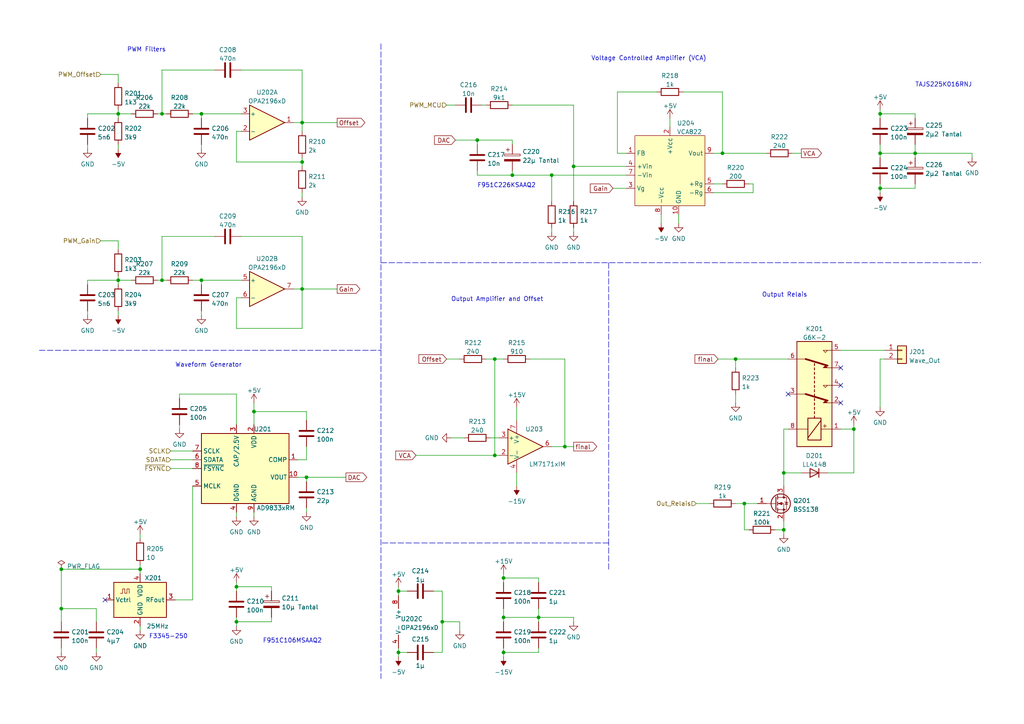
<source format=kicad_sch>
(kicad_sch (version 20211123) (generator eeschema)
  (paper "A4")
  (title_block (title "Analog Section") (date "2022-11-24") (rev "V1") (company "Synthron"))
  (lib_symbols
    (symbol "Amplifier_Operational:LM7171xIM" (pin_names (offset 0.127))
      (property "Reference" "U" (at 0 6.35 0))
      (property "Value" "LM7171xIM" (at 0 3.81 0))
      (symbol "LM7171xIM_1_1"
        (polyline (pts (xy -5.08 5.08) (xy 5.08 0) (xy -5.08 -5.08) (xy -5.08 5.08)) (stroke (width 0.254)) (fill (type background)))
        (pin no_connect line (at 0 7.62 270) (length 5.08) hide (name "NC") (number "1"))
        (pin input line (at -7.62 -2.54 0) (length 2.54) (name "-") (number "2"))
        (pin input line (at -7.62 2.54 0) (length 2.54) (name "+") (number "3"))
        (pin power_in line (at -2.54 -7.62 90) (length 3.81) (name "V-") (number "4"))
        (pin no_connect line (at 0 -7.62 90) (length 5.08) hide (name "NC") (number "5"))
        (pin output line (at 7.62 0 180) (length 2.54) (name "~") (number "6"))
        (pin power_in line (at -2.54 7.62 270) (length 3.81) (name "V+") (number "7"))
        (pin no_connect line (at 2.54 -7.62 90) (length 6.35) hide (name "NC") (number "8"))
      )
    )
    (symbol "Amplifier_Operational:OPA2196xD" (pin_names (offset 0.127))
      (property "Reference" "U" (at 2.54 6.35 0))
      (property "Value" "OPA2196xD" (at 2.54 3.81 0))
      (symbol "OPA2196xD_1_1"
        (polyline (pts (xy 5.08 0) (xy -5.08 5.08) (xy -5.08 -5.08) (xy 5.08 0)) (stroke (width 0.254)) (fill (type background)))
        (pin output line (at 7.62 0 180) (length 2.54) (name "~") (number "1"))
        (pin input line (at -7.62 -2.54 0) (length 2.54) (name "-") (number "2"))
        (pin input line (at -7.62 2.54 0) (length 2.54) (name "+") (number "3"))
      )
      (symbol "OPA2196xD_2_1"
        (polyline (pts (xy 5.08 0) (xy -5.08 5.08) (xy -5.08 -5.08) (xy 5.08 0)) (stroke (width 0.254)) (fill (type background)))
        (pin input line (at -7.62 2.54 0) (length 2.54) (name "+") (number "5"))
        (pin input line (at -7.62 -2.54 0) (length 2.54) (name "-") (number "6"))
        (pin output line (at 7.62 0 180) (length 2.54) (name "~") (number "7"))
      )
      (symbol "OPA2196xD_3_1"
        (pin power_in line (at 0 -7.62 90) (length 3.81) (name "V-") (number "4"))
        (pin power_in line (at 0 7.62 270) (length 3.81) (name "V+") (number "8"))
      )
    )
    (symbol "Connector_Generic:Conn_01x02" (pin_names (offset 1.016) hide)
      (property "Reference" "J" (at 0 2.54 0))
      (property "Value" "Conn_01x02" (at 0 -5.08 0))
      (symbol "Conn_01x02_1_1"
        (rectangle (start -1.27 -2.413) (end 0 -2.667) (stroke (width 0.1524)))
        (rectangle (start -1.27 0.127) (end 0 -0.127) (stroke (width 0.1524)))
        (rectangle (start -1.27 1.27) (end 1.27 -3.81) (stroke (width 0.254)) (fill (type background)))
        (pin passive line (at -5.08 0 0) (length 3.81) (name "Pin_1") (number "1"))
        (pin passive line (at -5.08 -2.54 0) (length 3.81) (name "Pin_2") (number "2"))
      )
    )
    (symbol "Device:C" (pin_numbers hide) (pin_names (offset 0.254))
      (property "Reference" "C" (at 0.635 2.54 0))
      (property "Value" "C" (at 0.635 -2.54 0))
      (symbol "C_0_1"
        (polyline (pts (xy -2.032 -0.762) (xy 2.032 -0.762)) (stroke (width 0.508)))
        (polyline (pts (xy -2.032 0.762) (xy 2.032 0.762)) (stroke (width 0.508)))
      )
      (symbol "C_1_1"
        (pin passive line (at 0 3.81 270) (length 2.794) (name "~") (number "1"))
        (pin passive line (at 0 -3.81 90) (length 2.794) (name "~") (number "2"))
      )
    )
    (symbol "Device:C_Polarized" (pin_numbers hide) (pin_names (offset 0.254))
      (property "Reference" "C" (at 0.635 2.54 0))
      (property "Value" "C_Polarized" (at 0.635 -2.54 0))
      (symbol "C_Polarized_0_1"
        (rectangle (start -2.286 0.508) (end 2.286 1.016))
        (polyline (pts (xy -1.778 2.286) (xy -0.762 2.286)))
        (polyline (pts (xy -1.27 2.794) (xy -1.27 1.778)))
        (rectangle (start 2.286 -0.508) (end -2.286 -1.016) (fill (type outline)))
      )
      (symbol "C_Polarized_1_1"
        (pin passive line (at 0 3.81 270) (length 2.794) (name "~") (number "1"))
        (pin passive line (at 0 -3.81 90) (length 2.794) (name "~") (number "2"))
      )
    )
    (symbol "Device:R" (pin_numbers hide) (pin_names (offset 0))
      (property "Reference" "R" (at 2.032 0 90))
      (property "Value" "R" (at 0 0 90))
      (symbol "R_0_1"
        (rectangle (start -1.016 -2.54) (end 1.016 2.54) (stroke (width 0.254)))
      )
      (symbol "R_1_1"
        (pin passive line (at 0 3.81 270) (length 1.27) (name "~") (number "1"))
        (pin passive line (at 0 -3.81 90) (length 1.27) (name "~") (number "2"))
      )
    )
    (symbol "Diode:LL4148" (pin_numbers hide) (pin_names (offset 1.016) hide)
      (property "Reference" "D" (at 0 2.54 0))
      (property "Value" "LL4148" (at 0 -2.54 0))
      (symbol "LL4148_0_1"
        (polyline (pts (xy -1.27 1.27) (xy -1.27 -1.27)) (stroke (width 0.254)))
        (polyline (pts (xy 1.27 0) (xy -1.27 0)))
        (polyline (pts (xy 1.27 1.27) (xy 1.27 -1.27) (xy -1.27 0) (xy 1.27 1.27)) (stroke (width 0.254)))
      )
      (symbol "LL4148_1_1"
        (pin passive line (at -3.81 0 0) (length 2.54) (name "K") (number "1"))
        (pin passive line (at 3.81 0 180) (length 2.54) (name "A") (number "2"))
      )
    )
    (symbol "Interface:AD9833xRM"
      (property "Reference" "U" (at -12.7 11.43 0))
      (property "Value" "AD9833xRM" (at 5.08 11.43 0))
      (symbol "AD9833xRM_0_1"
        (rectangle (start -12.7 10.16) (end 12.7 -10.16) (stroke (width 0.254)) (fill (type background)))
      )
      (symbol "AD9833xRM_1_1"
        (pin passive line (at 15.24 2.54 180) (length 2.54) (name "COMP") (number "1"))
        (pin output line (at 15.24 -2.54 180) (length 2.54) (name "VOUT") (number "10"))
        (pin power_in line (at 2.54 12.7 270) (length 2.54) (name "VDD") (number "2"))
        (pin power_in line (at -2.54 12.7 270) (length 2.54) (name "CAP/2.5V") (number "3"))
        (pin power_in line (at -2.54 -12.7 90) (length 2.54) (name "DGND") (number "4"))
        (pin input line (at -15.24 -5.08 0) (length 2.54) (name "MCLK") (number "5"))
        (pin input line (at -15.24 2.54 0) (length 2.54) (name "SDATA") (number "6"))
        (pin input line (at -15.24 5.08 0) (length 2.54) (name "SCLK") (number "7"))
        (pin input line (at -15.24 0 0) (length 2.54) (name "~{FSYNC}") (number "8"))
        (pin power_in line (at 2.54 -12.7 90) (length 2.54) (name "AGND") (number "9"))
      )
    )
    (symbol "Oscillator:ABLNO"
      (property "Reference" "X" (at -8.89 6.35 0))
      (property "Value" "ABLNO" (at 3.81 6.35 0))
      (symbol "ABLNO_0_1"
        (rectangle (start -7.62 5.08) (end 7.62 -5.08) (stroke (width 0.254)) (fill (type background)))
        (polyline (pts (xy -5.715 1.905) (xy -5.08 1.905) (xy -5.08 3.175) (xy -4.445 3.175) (xy -4.445 1.905) (xy -3.81 1.905) (xy -3.81 3.175) (xy -3.175 3.175) (xy -3.175 1.905)))
      )
      (symbol "ABLNO_1_1"
        (pin input line (at -10.16 0 0) (length 2.54) (name "Vctrl") (number "1"))
        (pin power_in line (at 0 -7.62 90) (length 2.54) (name "GND") (number "2"))
        (pin output line (at 10.16 0 180) (length 2.54) (name "RFout") (number "3"))
        (pin power_in line (at 0 7.62 270) (length 2.54) (name "VDD") (number "4"))
      )
    )
    (symbol "Private_Lib:VCA822"
      (property "Reference" "U" (at 7.62 11.43 0))
      (property "Value" "VCA822" (at 7.62 -11.43 0))
      (symbol "VCA822_0_1"
        (rectangle (start -10.16 10.16) (end 10.16 -10.16) (stroke (width 0.1524)) (fill (type background)))
      )
      (symbol "VCA822_1_1"
        (pin input line (at -12.7 5.08 0) (length 2.54) (name "FB") (number "1"))
        (pin power_in line (at 2.54 -12.7 90) (length 2.54) (name "GND") (number "10"))
        (pin power_in line (at 0 12.7 270) (length 2.54) (name "+Vcc") (number "2"))
        (pin input line (at -12.7 -5.08 0) (length 2.54) (name "Vg") (number "3"))
        (pin input line (at -12.7 1.27 0) (length 2.54) (name "+Vin") (number "4"))
        (pin input line (at 12.7 -3.81 180) (length 2.54) (name "+Rg") (number "5"))
        (pin input line (at 12.7 -6.35 180) (length 2.54) (name "-Rg") (number "6"))
        (pin input line (at -12.7 -1.27 0) (length 2.54) (name "-Vin") (number "7"))
        (pin power_in line (at -2.54 -12.7 90) (length 2.54) (name "-Vcc") (number "8"))
        (pin output line (at 12.7 5.08 180) (length 2.54) (name "Vout") (number "9"))
      )
    )
    (symbol "Relay:G6K-2"
      (property "Reference" "K" (at 16.51 3.81 0))
      (property "Value" "G6K-2" (at 16.51 1.27 0))
      (symbol "G6K-2_0_0"
        (text "+" (at -9.271 2.921 0) (effects (font (size 1.27 1.27))))
      )
      (symbol "G6K-2_0_1"
        (rectangle (start -15.24 5.08) (end 15.24 -5.08) (stroke (width 0.254)) (fill (type background)))
        (rectangle (start -13.335 1.905) (end -6.985 -1.905) (stroke (width 0.254)))
        (polyline (pts (xy -12.7 -1.905) (xy -7.62 1.905)) (stroke (width 0.254)))
        (polyline (pts (xy -10.16 -5.08) (xy -10.16 -1.905)))
        (polyline (pts (xy -10.16 5.08) (xy -10.16 1.905)))
        (polyline (pts (xy -6.985 0) (xy -6.35 0)) (stroke (width 0.254)))
        (polyline (pts (xy -5.715 0) (xy -5.08 0)) (stroke (width 0.254)))
        (polyline (pts (xy -4.445 0) (xy -3.81 0)) (stroke (width 0.254)))
        (polyline (pts (xy -3.175 0) (xy -2.54 0)) (stroke (width 0.254)))
        (polyline (pts (xy -1.905 0) (xy -1.27 0)) (stroke (width 0.254)))
        (polyline (pts (xy -0.635 0) (xy 0 0)) (stroke (width 0.254)))
        (polyline (pts (xy 0 -2.54) (xy -1.905 3.81)) (stroke (width 0.508)))
        (polyline (pts (xy 0 -2.54) (xy 0 -5.08)))
        (polyline (pts (xy 0.635 0) (xy 1.27 0)) (stroke (width 0.254)))
        (polyline (pts (xy 1.905 0) (xy 2.54 0)) (stroke (width 0.254)))
        (polyline (pts (xy 3.175 0) (xy 3.81 0)) (stroke (width 0.254)))
        (polyline (pts (xy 4.445 0) (xy 5.08 0)) (stroke (width 0.254)))
        (polyline (pts (xy 5.715 0) (xy 6.35 0)) (stroke (width 0.254)))
        (polyline (pts (xy 6.985 0) (xy 7.62 0)) (stroke (width 0.254)))
        (polyline (pts (xy 8.255 0) (xy 8.89 0)) (stroke (width 0.254)))
        (polyline (pts (xy 10.16 -2.54) (xy 8.255 3.81)) (stroke (width 0.508)))
        (polyline (pts (xy 10.16 -2.54) (xy 10.16 -5.08)))
        (polyline (pts (xy -2.54 5.08) (xy -2.54 2.54) (xy -1.905 3.175) (xy -2.54 3.81)) (fill (type outline)))
        (polyline (pts (xy 2.54 5.08) (xy 2.54 2.54) (xy 1.905 3.175) (xy 2.54 3.81)))
        (polyline (pts (xy 7.62 5.08) (xy 7.62 2.54) (xy 8.255 3.175) (xy 7.62 3.81)) (fill (type outline)))
        (polyline (pts (xy 12.7 5.08) (xy 12.7 2.54) (xy 12.065 3.175) (xy 12.7 3.81)))
      )
      (symbol "G6K-2_1_1"
        (pin passive line (at -10.16 7.62 270) (length 2.54) (name "~") (number "1"))
        (pin passive line (at -2.54 7.62 270) (length 2.54) (name "~") (number "2"))
        (pin passive line (at 0 -7.62 90) (length 2.54) (name "~") (number "3"))
        (pin passive line (at 2.54 7.62 270) (length 2.54) (name "~") (number "4"))
        (pin passive line (at 12.7 7.62 270) (length 2.54) (name "~") (number "5"))
        (pin passive line (at 10.16 -7.62 90) (length 2.54) (name "~") (number "6"))
        (pin passive line (at 7.62 7.62 270) (length 2.54) (name "~") (number "7"))
        (pin passive line (at -10.16 -7.62 90) (length 2.54) (name "~") (number "8"))
      )
    )
    (symbol "Transistor_FET:BSS138" (pin_names hide)
      (property "Reference" "Q" (at 5.08 1.905 0))
      (property "Value" "BSS138" (at 5.08 0 0))
      (symbol "BSS138_0_1"
        (polyline (pts (xy 0.254 0) (xy -2.54 0)))
        (polyline (pts (xy 0.254 1.905) (xy 0.254 -1.905)) (stroke (width 0.254)))
        (polyline (pts (xy 0.762 -1.27) (xy 0.762 -2.286)) (stroke (width 0.254)))
        (polyline (pts (xy 0.762 0.508) (xy 0.762 -0.508)) (stroke (width 0.254)))
        (polyline (pts (xy 0.762 2.286) (xy 0.762 1.27)) (stroke (width 0.254)))
        (polyline (pts (xy 2.54 2.54) (xy 2.54 1.778)))
        (polyline (pts (xy 2.54 -2.54) (xy 2.54 0) (xy 0.762 0)))
        (polyline (pts (xy 0.762 -1.778) (xy 3.302 -1.778) (xy 3.302 1.778) (xy 0.762 1.778)))
        (polyline (pts (xy 1.016 0) (xy 2.032 0.381) (xy 2.032 -0.381) (xy 1.016 0)) (fill (type outline)))
        (polyline (pts (xy 2.794 0.508) (xy 2.921 0.381) (xy 3.683 0.381) (xy 3.81 0.254)))
        (polyline (pts (xy 3.302 0.381) (xy 2.921 -0.254) (xy 3.683 -0.254) (xy 3.302 0.381)))
        (circle (center 1.651 0) (radius 2.794) (stroke (width 0.254)))
        (circle (center 2.54 -1.778) (radius 0.254) (fill (type outline)))
        (circle (center 2.54 1.778) (radius 0.254) (fill (type outline)))
      )
      (symbol "BSS138_1_1"
        (pin input line (at -5.08 0 0) (length 2.54) (name "G") (number "1"))
        (pin passive line (at 2.54 -5.08 90) (length 2.54) (name "S") (number "2"))
        (pin passive line (at 2.54 5.08 270) (length 2.54) (name "D") (number "3"))
      )
    )
    (symbol "power:+15V" (power) (pin_names (offset 0))
      (property "Value" "+15V" (at 0 3.556 0))
      (symbol "+15V_0_1"
        (polyline (pts (xy -0.762 1.27) (xy 0 2.54)))
        (polyline (pts (xy 0 0) (xy 0 2.54)))
        (polyline (pts (xy 0 2.54) (xy 0.762 1.27)))
      )
      (symbol "+15V_1_1"
        (pin power_in line (at 0 0 90) (length 0) hide (name "+15V") (number "1"))
      )
    )
    (symbol "power:+5V" (power) (pin_names (offset 0))
      (property "Value" "+5V" (at 0 3.556 0))
      (symbol "+5V_0_1"
        (polyline (pts (xy -0.762 1.27) (xy 0 2.54)))
        (polyline (pts (xy 0 0) (xy 0 2.54)))
        (polyline (pts (xy 0 2.54) (xy 0.762 1.27)))
      )
      (symbol "+5V_1_1"
        (pin power_in line (at 0 0 90) (length 0) hide (name "+5V") (number "1"))
      )
    )
    (symbol "power:-15V" (power) (pin_names (offset 0))
      (property "Value" "-15V" (at 0 3.81 0))
      (symbol "-15V_0_0"
        (pin power_in line (at 0 0 90) (length 0) hide (name "-15V") (number "1"))
      )
      (symbol "-15V_0_1"
        (polyline (pts (xy 0 0) (xy 0 1.27) (xy 0.762 1.27) (xy 0 2.54) (xy -0.762 1.27) (xy 0 1.27)) (fill (type outline)))
      )
    )
    (symbol "power:-5V" (power) (pin_names (offset 0))
      (property "Value" "-5V" (at 0 3.81 0))
      (symbol "-5V_0_0"
        (pin power_in line (at 0 0 90) (length 0) hide (name "-5V") (number "1"))
      )
      (symbol "-5V_0_1"
        (polyline (pts (xy 0 0) (xy 0 1.27) (xy 0.762 1.27) (xy 0 2.54) (xy -0.762 1.27) (xy 0 1.27)) (fill (type outline)))
      )
    )
    (symbol "power:GND" (power) (pin_names (offset 0))
      (property "Value" "GND" (at 0 -3.81 0))
      (symbol "GND_0_1"
        (polyline (pts (xy 0 0) (xy 0 -1.27) (xy 1.27 -1.27) (xy 0 -2.54) (xy -1.27 -1.27) (xy 0 -1.27)))
      )
      (symbol "GND_1_1"
        (pin power_in line (at 0 0 270) (length 0) hide (name "GND") (number "1"))
      )
    )
    (symbol "power:PWR_FLAG" (power) (pin_numbers hide) (pin_names (offset 0) hide)
      (property "Value" "PWR_FLAG" (at 0 3.81 0))
      (symbol "PWR_FLAG_0_0"
        (pin power_out line (at 0 0 90) (length 0) (name "pwr") (number "1"))
      )
      (symbol "PWR_FLAG_0_1"
        (polyline (pts (xy 0 0) (xy 0 1.27) (xy -1.016 1.905) (xy 0 2.54) (xy 1.016 1.905) (xy 0 1.27)))
      )
    )
  )
  (junction (at 46.99 81.28))
  (junction (at 87.63 83.82))
  (junction (at 58.42 81.28))
  (junction (at 88.9 138.43))
  (junction (at 146.05 179.07))
  (junction (at 87.63 46.99))
  (junction (at 247.65 124.46))
  (junction (at 227.33 137.16))
  (junction (at 143.51 104.14))
  (junction (at 156.21 179.07))
  (junction (at 255.27 33.02))
  (junction (at 128.27 180.34))
  (junction (at 255.27 44.45))
  (junction (at 160.02 50.8))
  (junction (at 265.43 44.45))
  (junction (at 146.05 167.64))
  (junction (at 166.37 48.26))
  (junction (at 68.58 170.18))
  (junction (at 87.63 35.56))
  (junction (at 255.27 54.61))
  (junction (at 115.57 189.23))
  (junction (at 40.64 165.1))
  (junction (at 146.05 189.23))
  (junction (at 209.55 44.45))
  (junction (at 58.42 33.02))
  (junction (at 17.78 176.53))
  (junction (at 17.78 165.1))
  (junction (at 163.83 129.54))
  (junction (at 138.43 40.64))
  (junction (at 213.36 104.14))
  (junction (at 68.58 180.34))
  (junction (at 215.9 146.05))
  (junction (at 143.51 132.08))
  (junction (at 46.99 33.02))
  (junction (at 115.57 171.45))
  (junction (at 73.66 119.38))
  (junction (at 148.59 50.8))
  (junction (at 34.29 81.28))
  (junction (at 227.33 153.67))
  (junction (at 34.29 33.02))
  (no_connect (at 243.84 106.68))
  (no_connect (at 30.48 173.99))
  (no_connect (at 243.84 116.84))
  (no_connect (at 243.84 111.76))
  (no_connect (at 228.6 114.3))
  (wire (pts (xy 138.43 50.8) (xy 148.59 50.8)))
  (wire (pts (xy 52.07 123.19) (xy 52.07 124.46)))
  (wire (pts (xy 17.78 176.53) (xy 17.78 180.34)))
  (wire (pts (xy 218.44 55.88) (xy 207.01 55.88)))
  (wire (pts (xy 140.97 104.14) (xy 143.51 104.14)))
  (wire (pts (xy 156.21 189.23) (xy 156.21 187.96)))
  (wire (pts (xy 166.37 180.34) (xy 166.37 179.07)))
  (wire (pts (xy 78.74 171.45) (xy 78.74 170.18)))
  (wire (pts (xy 160.02 66.04) (xy 160.02 67.31)))
  (wire (pts (xy 255.27 41.91) (xy 255.27 44.45)))
  (wire (pts (xy 40.64 163.83) (xy 40.64 165.1)))
  (wire (pts (xy 166.37 48.26) (xy 181.61 48.26)))
  (wire (pts (xy 156.21 176.53) (xy 156.21 179.07)))
  (wire (pts (xy 78.74 179.07) (xy 78.74 180.34)))
  (wire (pts (xy 50.8 173.99) (xy 55.88 173.99)))
  (wire (pts (xy 209.55 44.45) (xy 222.25 44.45)))
  (wire (pts (xy 88.9 139.7) (xy 88.9 138.43)))
  (wire (pts (xy 88.9 129.54) (xy 88.9 133.35)))
  (wire (pts (xy 87.63 83.82) (xy 85.09 83.82)))
  (wire (pts (xy 132.08 40.64) (xy 138.43 40.64)))
  (wire (pts (xy 52.07 114.3) (xy 68.58 114.3)))
  (wire (pts (xy 201.93 146.05) (xy 205.74 146.05)))
  (wire (pts (xy 196.85 62.23) (xy 196.85 64.77)))
  (wire (pts (xy 78.74 170.18) (xy 68.58 170.18)))
  (wire (pts (xy 46.99 33.02) (xy 48.26 33.02)))
  (wire (pts (xy 209.55 44.45) (xy 207.01 44.45)))
  (wire (pts (xy 55.88 81.28) (xy 58.42 81.28)))
  (wire (pts (xy 143.51 104.14) (xy 143.51 132.08)))
  (wire (pts (xy 148.59 49.53) (xy 148.59 50.8)))
  (wire (pts (xy 34.29 81.28) (xy 38.1 81.28)))
  (wire (pts (xy 265.43 33.02) (xy 255.27 33.02)))
  (wire (pts (xy 25.4 81.28) (xy 34.29 81.28)))
  (wire (pts (xy 49.53 135.89) (xy 55.88 135.89)))
  (wire (pts (xy 46.99 20.32) (xy 62.23 20.32)))
  (wire (pts (xy 45.72 81.28) (xy 46.99 81.28)))
  (wire (pts (xy 87.63 35.56) (xy 97.79 35.56)))
  (wire (pts (xy 87.63 38.1) (xy 87.63 35.56)))
  (wire (pts (xy 229.87 44.45) (xy 232.41 44.45)))
  (wire (pts (xy 34.29 90.17) (xy 34.29 91.44)))
  (wire (pts (xy 40.64 165.1) (xy 40.64 166.37)))
  (wire (pts (xy 68.58 86.36) (xy 68.58 95.25)))
  (wire (pts (xy 148.59 40.64) (xy 148.59 41.91)))
  (wire (pts (xy 88.9 147.32) (xy 88.9 148.59)))
  (wire (pts (xy 213.36 104.14) (xy 228.6 104.14)))
  (wire (pts (xy 40.64 165.1) (xy 17.78 165.1)))
  (wire (pts (xy 68.58 170.18) (xy 68.58 171.45)))
  (wire (pts (xy 27.94 176.53) (xy 17.78 176.53)))
  (wire (pts (xy 115.57 172.72) (xy 115.57 171.45)))
  (wire (pts (xy 87.63 20.32) (xy 87.63 35.56)))
  (polyline (pts (xy 110.49 76.2) (xy 284.48 76.2)))
  (wire (pts (xy 125.73 171.45) (xy 128.27 171.45)))
  (wire (pts (xy 215.9 153.67) (xy 215.9 146.05)))
  (wire (pts (xy 118.11 189.23) (xy 115.57 189.23)))
  (polyline (pts (xy 176.53 165.1) (xy 176.53 157.48)))
  (wire (pts (xy 191.77 62.23) (xy 191.77 64.77)))
  (wire (pts (xy 40.64 181.61) (xy 40.64 182.88)))
  (wire (pts (xy 227.33 137.16) (xy 227.33 140.97)))
  (wire (pts (xy 68.58 95.25) (xy 87.63 95.25)))
  (wire (pts (xy 58.42 33.02) (xy 69.85 33.02)))
  (wire (pts (xy 46.99 68.58) (xy 62.23 68.58)))
  (wire (pts (xy 58.42 41.91) (xy 58.42 43.18)))
  (wire (pts (xy 247.65 137.16) (xy 247.65 124.46)))
  (wire (pts (xy 68.58 46.99) (xy 87.63 46.99)))
  (wire (pts (xy 146.05 176.53) (xy 146.05 179.07)))
  (wire (pts (xy 34.29 33.02) (xy 34.29 34.29)))
  (wire (pts (xy 156.21 179.07) (xy 166.37 179.07)))
  (wire (pts (xy 138.43 49.53) (xy 138.43 50.8)))
  (wire (pts (xy 87.63 35.56) (xy 85.09 35.56)))
  (wire (pts (xy 46.99 81.28) (xy 48.26 81.28)))
  (wire (pts (xy 88.9 138.43) (xy 86.36 138.43)))
  (wire (pts (xy 217.17 153.67) (xy 215.9 153.67)))
  (wire (pts (xy 49.53 130.81) (xy 55.88 130.81)))
  (wire (pts (xy 45.72 33.02) (xy 46.99 33.02)))
  (wire (pts (xy 68.58 170.18) (xy 68.58 168.91)))
  (wire (pts (xy 179.07 26.67) (xy 190.5 26.67)))
  (wire (pts (xy 115.57 170.18) (xy 115.57 171.45)))
  (wire (pts (xy 17.78 187.96) (xy 17.78 189.23)))
  (wire (pts (xy 120.65 132.08) (xy 143.51 132.08)))
  (wire (pts (xy 58.42 81.28) (xy 69.85 81.28)))
  (wire (pts (xy 68.58 180.34) (xy 68.58 181.61)))
  (wire (pts (xy 68.58 179.07) (xy 68.58 180.34)))
  (wire (pts (xy 46.99 81.28) (xy 46.99 68.58)))
  (wire (pts (xy 149.86 118.11) (xy 149.86 121.92)))
  (wire (pts (xy 34.29 41.91) (xy 34.29 43.18)))
  (wire (pts (xy 128.27 180.34) (xy 128.27 189.23)))
  (wire (pts (xy 156.21 168.91) (xy 156.21 167.64)))
  (wire (pts (xy 34.29 80.01) (xy 34.29 81.28)))
  (wire (pts (xy 68.58 180.34) (xy 78.74 180.34)))
  (wire (pts (xy 255.27 44.45) (xy 255.27 45.72)))
  (wire (pts (xy 243.84 124.46) (xy 247.65 124.46)))
  (wire (pts (xy 34.29 33.02) (xy 38.1 33.02)))
  (wire (pts (xy 115.57 189.23) (xy 115.57 190.5)))
  (wire (pts (xy 227.33 137.16) (xy 227.33 124.46)))
  (wire (pts (xy 52.07 114.3) (xy 52.07 115.57)))
  (wire (pts (xy 34.29 81.28) (xy 34.29 82.55)))
  (wire (pts (xy 130.81 127) (xy 134.62 127)))
  (wire (pts (xy 163.83 129.54) (xy 160.02 129.54)))
  (wire (pts (xy 69.85 38.1) (xy 68.58 38.1)))
  (wire (pts (xy 49.53 133.35) (xy 55.88 133.35)))
  (wire (pts (xy 148.59 50.8) (xy 160.02 50.8)))
  (wire (pts (xy 166.37 30.48) (xy 166.37 48.26)))
  (wire (pts (xy 198.12 26.67) (xy 209.55 26.67)))
  (wire (pts (xy 34.29 69.85) (xy 34.29 72.39)))
  (wire (pts (xy 55.88 33.02) (xy 58.42 33.02)))
  (wire (pts (xy 146.05 187.96) (xy 146.05 189.23)))
  (wire (pts (xy 227.33 124.46) (xy 228.6 124.46)))
  (wire (pts (xy 88.9 133.35) (xy 86.36 133.35)))
  (wire (pts (xy 146.05 189.23) (xy 146.05 190.5)))
  (wire (pts (xy 34.29 31.75) (xy 34.29 33.02)))
  (wire (pts (xy 87.63 46.99) (xy 87.63 45.72)))
  (wire (pts (xy 146.05 166.37) (xy 146.05 167.64)))
  (wire (pts (xy 25.4 90.17) (xy 25.4 91.44)))
  (wire (pts (xy 240.03 137.16) (xy 247.65 137.16)))
  (wire (pts (xy 265.43 41.91) (xy 265.43 44.45)))
  (wire (pts (xy 73.66 148.59) (xy 73.66 149.86)))
  (wire (pts (xy 69.85 86.36) (xy 68.58 86.36)))
  (wire (pts (xy 218.44 53.34) (xy 218.44 55.88)))
  (wire (pts (xy 87.63 83.82) (xy 87.63 95.25)))
  (wire (pts (xy 166.37 30.48) (xy 148.59 30.48)))
  (wire (pts (xy 115.57 171.45) (xy 118.11 171.45)))
  (wire (pts (xy 153.67 104.14) (xy 163.83 104.14)))
  (wire (pts (xy 163.83 104.14) (xy 163.83 129.54)))
  (wire (pts (xy 139.7 30.48) (xy 140.97 30.48)))
  (polyline (pts (xy 176.53 157.48) (xy 110.49 157.48)))
  (wire (pts (xy 25.4 82.55) (xy 25.4 81.28)))
  (wire (pts (xy 265.43 44.45) (xy 281.94 44.45)))
  (wire (pts (xy 243.84 101.6) (xy 256.54 101.6)))
  (wire (pts (xy 209.55 26.67) (xy 209.55 44.45)))
  (wire (pts (xy 179.07 44.45) (xy 179.07 26.67)))
  (wire (pts (xy 58.42 90.17) (xy 58.42 91.44)))
  (wire (pts (xy 213.36 114.3) (xy 213.36 116.84)))
  (wire (pts (xy 27.94 180.34) (xy 27.94 176.53)))
  (wire (pts (xy 128.27 189.23) (xy 125.73 189.23)))
  (wire (pts (xy 87.63 83.82) (xy 97.79 83.82)))
  (wire (pts (xy 265.43 44.45) (xy 265.43 45.72)))
  (wire (pts (xy 177.8 54.61) (xy 181.61 54.61)))
  (polyline (pts (xy 110.49 101.6) (xy 110.49 196.85)))
  (wire (pts (xy 194.31 34.29) (xy 194.31 36.83)))
  (wire (pts (xy 227.33 153.67) (xy 227.33 154.94)))
  (wire (pts (xy 133.35 182.88) (xy 133.35 180.34)))
  (wire (pts (xy 69.85 68.58) (xy 87.63 68.58)))
  (wire (pts (xy 40.64 154.94) (xy 40.64 156.21)))
  (wire (pts (xy 68.58 114.3) (xy 68.58 123.19)))
  (wire (pts (xy 17.78 165.1) (xy 17.78 176.53)))
  (wire (pts (xy 146.05 189.23) (xy 156.21 189.23)))
  (wire (pts (xy 87.63 46.99) (xy 87.63 48.26)))
  (wire (pts (xy 138.43 40.64) (xy 138.43 41.91)))
  (wire (pts (xy 25.4 33.02) (xy 34.29 33.02)))
  (wire (pts (xy 281.94 45.72) (xy 281.94 44.45)))
  (wire (pts (xy 128.27 180.34) (xy 133.35 180.34)))
  (wire (pts (xy 46.99 33.02) (xy 46.99 20.32)))
  (wire (pts (xy 255.27 31.75) (xy 255.27 33.02)))
  (polyline (pts (xy 176.53 76.2) (xy 176.53 157.48)))
  (wire (pts (xy 217.17 53.34) (xy 218.44 53.34)))
  (wire (pts (xy 227.33 153.67) (xy 224.79 153.67)))
  (wire (pts (xy 128.27 171.45) (xy 128.27 180.34)))
  (wire (pts (xy 129.54 104.14) (xy 133.35 104.14)))
  (wire (pts (xy 146.05 167.64) (xy 146.05 168.91)))
  (wire (pts (xy 146.05 179.07) (xy 156.21 179.07)))
  (wire (pts (xy 255.27 104.14) (xy 255.27 118.11)))
  (wire (pts (xy 73.66 119.38) (xy 73.66 123.19)))
  (wire (pts (xy 25.4 34.29) (xy 25.4 33.02)))
  (wire (pts (xy 68.58 38.1) (xy 68.58 46.99)))
  (wire (pts (xy 207.01 53.34) (xy 209.55 53.34)))
  (wire (pts (xy 255.27 53.34) (xy 255.27 54.61)))
  (wire (pts (xy 215.9 146.05) (xy 219.71 146.05)))
  (wire (pts (xy 215.9 146.05) (xy 213.36 146.05)))
  (wire (pts (xy 69.85 20.32) (xy 87.63 20.32)))
  (wire (pts (xy 27.94 187.96) (xy 27.94 189.23)))
  (wire (pts (xy 255.27 54.61) (xy 255.27 55.88)))
  (wire (pts (xy 29.21 21.59) (xy 34.29 21.59)))
  (wire (pts (xy 88.9 121.92) (xy 88.9 119.38)))
  (wire (pts (xy 213.36 104.14) (xy 213.36 106.68)))
  (wire (pts (xy 58.42 81.28) (xy 58.42 82.55)))
  (wire (pts (xy 208.28 104.14) (xy 213.36 104.14)))
  (wire (pts (xy 58.42 33.02) (xy 58.42 34.29)))
  (wire (pts (xy 146.05 179.07) (xy 146.05 180.34)))
  (wire (pts (xy 181.61 44.45) (xy 179.07 44.45)))
  (wire (pts (xy 87.63 55.88) (xy 87.63 57.15)))
  (wire (pts (xy 255.27 54.61) (xy 265.43 54.61)))
  (wire (pts (xy 265.43 34.29) (xy 265.43 33.02)))
  (wire (pts (xy 156.21 167.64) (xy 146.05 167.64)))
  (wire (pts (xy 255.27 44.45) (xy 265.43 44.45)))
  (wire (pts (xy 160.02 50.8) (xy 160.02 58.42)))
  (wire (pts (xy 265.43 54.61) (xy 265.43 53.34)))
  (wire (pts (xy 115.57 189.23) (xy 115.57 187.96)))
  (wire (pts (xy 138.43 40.64) (xy 148.59 40.64)))
  (wire (pts (xy 166.37 48.26) (xy 166.37 58.42)))
  (wire (pts (xy 227.33 151.13) (xy 227.33 153.67)))
  (wire (pts (xy 68.58 148.59) (xy 68.58 149.86)))
  (wire (pts (xy 255.27 33.02) (xy 255.27 34.29)))
  (wire (pts (xy 34.29 21.59) (xy 34.29 24.13)))
  (wire (pts (xy 88.9 138.43) (xy 100.33 138.43)))
  (wire (pts (xy 29.21 69.85) (xy 34.29 69.85)))
  (wire (pts (xy 87.63 68.58) (xy 87.63 83.82)))
  (wire (pts (xy 142.24 127) (xy 144.78 127)))
  (wire (pts (xy 232.41 137.16) (xy 227.33 137.16)))
  (wire (pts (xy 129.54 30.48) (xy 132.08 30.48)))
  (wire (pts (xy 149.86 137.16) (xy 149.86 140.97)))
  (wire (pts (xy 163.83 129.54) (xy 166.37 129.54)))
  (wire (pts (xy 73.66 116.84) (xy 73.66 119.38)))
  (wire (pts (xy 160.02 50.8) (xy 181.61 50.8)))
  (wire (pts (xy 55.88 140.97) (xy 55.88 173.99)))
  (wire (pts (xy 256.54 104.14) (xy 255.27 104.14)))
  (polyline (pts (xy 110.49 12.7) (xy 110.49 101.6)))
  (wire (pts (xy 143.51 104.14) (xy 146.05 104.14)))
  (wire (pts (xy 156.21 179.07) (xy 156.21 180.34)))
  (wire (pts (xy 143.51 132.08) (xy 144.78 132.08)))
  (wire (pts (xy 88.9 119.38) (xy 73.66 119.38)))
  (polyline (pts (xy 11.43 101.6) (xy 110.49 101.6)))
  (wire (pts (xy 166.37 66.04) (xy 166.37 67.31)))
  (wire (pts (xy 25.4 41.91) (xy 25.4 43.18)))
  (wire (pts (xy 247.65 123.19) (xy 247.65 124.46)))
  (text "PWM Filters" (at 36.83 15.24 0) (effects (font (size 1.27 1.27)) (justify left bottom)))
  (text "TAJS225K016RNJ" (at 265.43 25.4 0) (effects (font (size 1.27 1.27)) (justify left bottom)))
  (text "Output Amplifier and Offset\n" (at 130.81 87.63 0) (effects (font (size 1.27 1.27)) (justify left bottom)))
  (text "Waveform Generator" (at 50.8 106.68 0) (effects (font (size 1.27 1.27)) (justify left bottom)))
  (text "Voltage Controlled Amplifier (VCA)" (at 171.45 17.78 0) (effects (font (size 1.27 1.27)) (justify left bottom)))
  (text "F951C226KSAAQ2" (at 138.43 54.61 0) (effects (font (size 1.27 1.27)) (justify left bottom)))
  (text "Output Relais\n" (at 220.98 86.36 0) (effects (font (size 1.27 1.27)) (justify left bottom)))
  (text "F3345-250" (at 43.18 185.42 0) (effects (font (size 1.27 1.27)) (justify left bottom)))
  (text "F951C106MSAAQ2" (at 76.2 186.69 0) (effects (font (size 1.27 1.27)) (justify left bottom)))
  (global_label "Gain" (shape output) (at 97.79 83.82 0) (property "Intersheet References" "${INTERSHEET_REFS}" (effects hide)))
  (global_label "DAC" (shape output) (at 100.33 138.43 0) (property "Intersheet References" "${INTERSHEET_REFS}" (effects hide)))
  (global_label "VCA" (shape input) (at 120.65 132.08 180) (property "Intersheet References" "${INTERSHEET_REFS}" (effects hide)))
  (global_label "final" (shape input) (at 208.28 104.14 180) (property "Intersheet References" "${INTERSHEET_REFS}" (effects hide)))
  (global_label "Gain" (shape input) (at 177.8 54.61 180) (property "Intersheet References" "${INTERSHEET_REFS}" (effects hide)))
  (global_label "final" (shape output) (at 166.37 129.54 0) (property "Intersheet References" "${INTERSHEET_REFS}" (effects hide)))
  (global_label "VCA" (shape output) (at 232.41 44.45 0) (property "Intersheet References" "${INTERSHEET_REFS}" (effects hide)))
  (global_label "Offset" (shape input) (at 129.54 104.14 180) (property "Intersheet References" "${INTERSHEET_REFS}" (effects hide)))
  (global_label "DAC" (shape input) (at 132.08 40.64 180) (property "Intersheet References" "${INTERSHEET_REFS}" (effects hide)))
  (global_label "Offset" (shape output) (at 97.79 35.56 0) (property "Intersheet References" "${INTERSHEET_REFS}" (effects hide)))
  (hierarchical_label "Out_Relais" (shape input) (at 201.93 146.05 180))
  (hierarchical_label "PWM_MCU" (shape input) (at 129.54 30.48 180))
  (hierarchical_label "SDATA" (shape input) (at 49.53 133.35 180))
  (hierarchical_label "PWM_Offset" (shape input) (at 29.21 21.59 180))
  (hierarchical_label "~{FSYNC}" (shape input) (at 49.53 135.89 180))
  (hierarchical_label "SCLK" (shape input) (at 49.53 130.81 180))
  (hierarchical_label "PWM_Gain" (shape input) (at 29.21 69.85 180))
  (symbol (lib_id "Device:R") (at 40.64 160.02 0) (unit 1)
    (property "Reference" "R205" (at 42.418 159.1853 0) (effects (justify left)))
    (property "Value" "10" (at 42.418 161.7222 0) (effects (justify left)))
    (property "Footprint" "Resistor_SMD:R_0805_2012Metric" (effects hide))
  )
  (symbol (lib_id "Relay:G6K-2") (at 236.22 114.3 270) (mirror x) (unit 1)
    (property "Reference" "K201" (at 236.22 95.3602 90))
    (property "Value" "G6K-2" (at 236.22 97.8971 90))
    (property "Footprint" "Relay_SMD:Relay_DPDT_Omron_G6K-2F" (effects hide))
    (property "Datasheet" "http://omronfs.omron.com/en_US/ecb/products/pdf/en-g6k.pdf" (effects hide))
  )
  (symbol (lib_id "Oscillator:ABLNO") (at 40.64 173.99 0) (unit 1)
    (property "Reference" "X201" (at 44.45 167.64 0))
    (property "Value" "25MHz" (at 45.72 181.61 0))
    (property "Footprint" "Oscillator:Oscillator_SMD_EuroQuartz_XO91-4Pin_7.0x5.0mm" (effects hide))
    (property "Datasheet" "https://abracon.com/Precisiontiming/ABLNO.pdf" (effects hide))
  )
  (symbol (lib_id "Diode:LL4148") (at 236.22 137.16 180) (unit 1)
    (property "Reference" "D201" (at 236.22 132.1902 0))
    (property "Value" "LL4148" (at 236.22 134.7271 0))
    (property "Footprint" "Diode_SMD:D_MiniMELF" (effects hide))
    (property "Datasheet" "http://www.vishay.com/docs/85557/ll4148.pdf" (effects hide))
  )
  (symbol (lib_id "Device:R") (at 213.36 53.34 90) (unit 1)
    (property "Reference" "R220" (at 213.36 48.6242 90))
    (property "Value" "200" (at 213.36 51.1611 90))
    (property "Footprint" "Resistor_SMD:R_0805_2012Metric" (effects hide))
  )
  (symbol (lib_id "Device:R") (at 213.36 110.49 180) (unit 1)
    (property "Reference" "R223" (at 215.138 109.6553 0) (effects (justify right)))
    (property "Value" "1k" (at 215.138 112.1922 0) (effects (justify right)))
    (property "Footprint" "Resistor_SMD:R_0805_2012Metric" (effects hide))
  )
  (symbol (lib_id "power:GND") (at 213.36 116.84 0) (unit 1)
    (property "Reference" "#PWR0238" (effects hide))
    (property "Value" "GND" (at 213.36 121.2834 0))
  )
  (symbol (lib_id "Device:R") (at 52.07 81.28 90) (unit 1)
    (property "Reference" "R209" (at 52.07 76.5642 90))
    (property "Value" "22k" (at 52.07 79.1011 90))
    (property "Footprint" "Resistor_SMD:R_0805_2012Metric" (effects hide))
  )
  (symbol (lib_id "Device:C") (at 255.27 49.53 0) (unit 1)
    (property "Reference" "C224" (at 258.191 48.6953 0) (effects (justify left)))
    (property "Value" "100n" (at 258.191 51.2322 0) (effects (justify left)))
    (property "Footprint" "Capacitor_SMD:C_0805_2012Metric" (effects hide))
  )
  (symbol (lib_id "power:GND") (at 25.4 43.18 0) (unit 1)
    (property "Reference" "#PWR0202" (effects hide))
    (property "Value" "GND" (at 25.4 47.6234 0))
  )
  (symbol (lib_id "power:GND") (at 58.42 43.18 0) (unit 1)
    (property "Reference" "#PWR0210" (effects hide))
    (property "Value" "GND" (at 58.42 47.6234 0))
  )
  (symbol (lib_id "power:GND") (at 255.27 118.11 0) (unit 1)
    (property "Reference" "#PWR0119" (effects hide))
    (property "Value" "GND" (at 255.27 122.5534 0))
  )
  (symbol (lib_id "power:-5V") (at 191.77 64.77 180) (unit 1)
    (property "Reference" "#PWR0230" (effects hide))
    (property "Value" "-5V" (at 191.77 69.2134 0))
  )
  (symbol (lib_id "power:GND") (at 133.35 182.88 0) (unit 1)
    (property "Reference" "#PWR0222" (effects hide))
    (property "Value" "GND" (at 133.35 187.3234 0))
  )
  (symbol (lib_id "power:+5V") (at 115.57 170.18 0) (unit 1)
    (property "Reference" "#PWR0219" (effects hide))
    (property "Value" "+5V" (at 115.57 166.6042 0))
  )
  (symbol (lib_id "power:GND") (at 17.78 189.23 0) (unit 1)
    (property "Reference" "#PWR0201" (effects hide))
    (property "Value" "GND" (at 17.78 193.6734 0))
  )
  (symbol (lib_id "Device:R") (at 160.02 62.23 0) (unit 1)
    (property "Reference" "R216" (at 161.798 61.3953 0) (effects (justify left)))
    (property "Value" "1k" (at 161.798 63.9322 0) (effects (justify left)))
    (property "Footprint" "Resistor_SMD:R_0805_2012Metric" (effects hide))
  )
  (symbol (lib_id "Amplifier_Operational:OPA2196xD") (at 77.47 83.82 0) (unit 2)
    (property "Reference" "U202" (at 77.47 75.0402 0))
    (property "Value" "OPA2196xD" (at 77.47 77.5771 0))
    (property "Footprint" "Package_SO:SOIC-8_3.9x4.9mm_P1.27mm" (effects hide))
    (property "Datasheet" "http://www.ti.com/lit/ds/symlink/opa4196.pdf" (effects hide))
  )
  (symbol (lib_id "Device:C") (at 25.4 86.36 0) (unit 1)
    (property "Reference" "C203" (at 28.321 85.5253 0) (effects (justify left)))
    (property "Value" "5n6" (at 28.321 88.0622 0) (effects (justify left)))
    (property "Footprint" "Capacitor_SMD:C_0805_2012Metric" (effects hide))
  )
  (symbol (lib_id "power:-5V") (at 115.57 190.5 180) (unit 1)
    (property "Reference" "#PWR0220" (effects hide))
    (property "Value" "-5V" (at 115.57 194.9434 0))
  )
  (symbol (lib_id "Device:R") (at 166.37 62.23 0) (unit 1)
    (property "Reference" "R217" (at 168.148 61.3953 0) (effects (justify left)))
    (property "Value" "1k" (at 168.148 63.9322 0) (effects (justify left)))
    (property "Footprint" "Resistor_SMD:R_0805_2012Metric" (effects hide))
  )
  (symbol (lib_id "power:+15V") (at 146.05 166.37 0) (unit 1)
    (property "Reference" "#PWR0223" (effects hide))
    (property "Value" "+15V" (at 146.05 162.7942 0))
  )
  (symbol (lib_id "power:GND") (at 40.64 182.88 0) (unit 1)
    (property "Reference" "#PWR0208" (effects hide))
    (property "Value" "GND" (at 40.64 187.3234 0))
  )
  (symbol (lib_id "Device:R") (at 41.91 33.02 90) (unit 1)
    (property "Reference" "R206" (at 41.91 28.3042 90))
    (property "Value" "22k" (at 41.91 30.8411 90))
    (property "Footprint" "Resistor_SMD:R_0805_2012Metric" (effects hide))
  )
  (symbol (lib_id "power:-5V") (at 34.29 43.18 180) (unit 1)
    (property "Reference" "#PWR0205" (effects hide))
    (property "Value" "-5V" (at 34.29 47.6234 0))
  )
  (symbol (lib_id "Interface:AD9833xRM") (at 71.12 135.89 0) (unit 1)
    (property "Reference" "U201" (at 76.2 124.46 0))
    (property "Value" "AD9833xRM" (at 80.01 147.32 0))
    (property "Footprint" "Package_SO:MSOP-10_3x3mm_P0.5mm" (effects hide))
    (property "Datasheet" "https://www.analog.com/media/en/technical-documentation/data-sheets/ad9833.pdf" (effects hide))
  )
  (symbol (lib_id "Device:C") (at 255.27 38.1 0) (unit 1)
    (property "Reference" "C223" (at 258.191 37.2653 0) (effects (justify left)))
    (property "Value" "100n" (at 258.191 39.8022 0) (effects (justify left)))
    (property "Footprint" "Capacitor_SMD:C_0805_2012Metric" (effects hide))
  )
  (symbol (lib_id "power:-15V") (at 149.86 140.97 180) (unit 1)
    (property "Reference" "#PWR0226" (effects hide))
    (property "Value" "-15V" (at 149.86 145.4134 0))
  )
  (symbol (lib_id "power:GND") (at 68.58 149.86 0) (unit 1)
    (property "Reference" "#PWR0212" (effects hide))
    (property "Value" "GND" (at 68.58 154.3034 0))
  )
  (symbol (lib_id "Amplifier_Operational:OPA2196xD") (at 115.57 180.34 0) (unit 3)
    (property "Reference" "U202" (at 116.205 179.5053 0) (effects (justify left)))
    (property "Value" "OPA2196xD" (at 116.205 182.0422 0) (effects (justify left)))
    (property "Footprint" "Package_SO:SOIC-8_3.9x4.9mm_P1.27mm" (effects hide))
    (property "Datasheet" "http://www.ti.com/lit/ds/symlink/opa4196.pdf" (effects hide))
  )
  (symbol (lib_id "power:+5V") (at 255.27 31.75 0) (unit 1)
    (property "Reference" "#PWR0235" (effects hide))
    (property "Value" "+5V" (at 255.27 28.1742 0))
  )
  (symbol (lib_id "power:GND") (at 87.63 57.15 0) (unit 1)
    (property "Reference" "#PWR0217" (effects hide))
    (property "Value" "GND" (at 87.63 61.5934 0))
  )
  (symbol (lib_id "Private_Lib:VCA822") (at 194.31 49.53 0) (unit 1)
    (property "Reference" "U204" (at 196.3294 35.721 0) (effects (justify left)))
    (property "Value" "VCA822" (at 196.3294 38.2579 0) (effects (justify left)))
    (property "Footprint" "Package_SO:MSOP-10_3x3mm_P0.5mm" (effects hide))
    (property "Datasheet" "https://www.ti.com/lit/ds/symlink/vca822.pdf?ts=1669306637902&ref_url=https%253A%252F%252Fwww.ti.com%252Fproduct%252FVCA822" (effects hide))
  )
  (symbol (lib_id "power:+5V") (at 194.31 34.29 0) (unit 1)
    (property "Reference" "#PWR0231" (effects hide))
    (property "Value" "+5V" (at 194.31 30.7142 0))
  )
  (symbol (lib_id "power:+5V") (at 68.58 168.91 0) (unit 1)
    (property "Reference" "#PWR0213" (effects hide))
    (property "Value" "+5V" (at 68.58 165.3342 0))
  )
  (symbol (lib_id "Amplifier_Operational:LM7171xIM") (at 152.4 129.54 0) (unit 1)
    (property "Reference" "U203" (at 154.94 124.46 0))
    (property "Value" "LM7171xIM" (at 158.75 134.62 0))
    (property "Footprint" "Package_SO:SOIC-8_3.9x4.9mm_P1.27mm" (effects hide))
    (property "Datasheet" "https://www.ti.com/lit/ds/symlink/lm7171.pdf" (effects hide))
  )
  (symbol (lib_id "Device:C_Polarized") (at 265.43 49.53 0) (unit 1)
    (property "Reference" "C226" (at 268.351 47.8063 0) (effects (justify left)))
    (property "Value" "2µ2 Tantal" (at 268.351 50.3432 0) (effects (justify left)))
    (property "Footprint" "Capacitor_Tantalum_SMD:CP_EIA-3216-12_Kemet-S" (effects hide))
  )
  (symbol (lib_id "Device:C") (at 121.92 171.45 90) (unit 1)
    (property "Reference" "C214" (at 121.92 165.5912 90))
    (property "Value" "1µ" (at 121.92 168.1281 90))
    (property "Footprint" "Capacitor_SMD:C_0805_2012Metric" (effects hide))
  )
  (symbol (lib_id "power:GND") (at 73.66 149.86 0) (unit 1)
    (property "Reference" "#PWR0216" (effects hide))
    (property "Value" "GND" (at 73.66 154.3034 0))
  )
  (symbol (lib_id "Device:R") (at 144.78 30.48 90) (unit 1)
    (property "Reference" "R214" (at 144.78 25.7642 90))
    (property "Value" "9k1" (at 144.78 28.3011 90))
    (property "Footprint" "Resistor_SMD:R_0805_2012Metric" (effects hide))
  )
  (symbol (lib_id "power:GND") (at 166.37 180.34 0) (unit 1)
    (property "Reference" "#PWR0229" (effects hide))
    (property "Value" "GND" (at 166.37 184.7834 0))
  )
  (symbol (lib_id "Device:R") (at 87.63 52.07 0) (unit 1)
    (property "Reference" "R211" (at 89.408 51.2353 0) (effects (justify left)))
    (property "Value" "2k" (at 89.408 53.7722 0) (effects (justify left)))
    (property "Footprint" "Resistor_SMD:R_0805_2012Metric" (effects hide))
  )
  (symbol (lib_id "power:GND") (at 25.4 91.44 0) (unit 1)
    (property "Reference" "#PWR0203" (effects hide))
    (property "Value" "GND" (at 25.4 95.8834 0))
  )
  (symbol (lib_id "power:+5V") (at 73.66 116.84 0) (unit 1)
    (property "Reference" "#PWR0215" (effects hide))
    (property "Value" "+5V" (at 73.66 113.2642 0))
  )
  (symbol (lib_id "power:GND") (at 58.42 91.44 0) (unit 1)
    (property "Reference" "#PWR0211" (effects hide))
    (property "Value" "GND" (at 58.42 95.8834 0))
  )
  (symbol (lib_id "Device:C") (at 68.58 175.26 0) (unit 1)
    (property "Reference" "C210" (at 71.501 174.4253 0) (effects (justify left)))
    (property "Value" "100n" (at 71.501 176.9622 0) (effects (justify left)))
    (property "Footprint" "Capacitor_SMD:C_0805_2012Metric" (effects hide))
  )
  (symbol (lib_id "Device:R") (at 41.91 81.28 90) (unit 1)
    (property "Reference" "R207" (at 41.91 76.5642 90))
    (property "Value" "22k" (at 41.91 79.1011 90))
    (property "Footprint" "Resistor_SMD:R_0805_2012Metric" (effects hide))
  )
  (symbol (lib_id "Device:R") (at 194.31 26.67 90) (unit 1)
    (property "Reference" "R218" (at 194.31 21.9542 90))
    (property "Value" "1k" (at 194.31 24.4911 90))
    (property "Footprint" "Resistor_SMD:R_0805_2012Metric" (effects hide))
  )
  (symbol (lib_id "Device:C") (at 27.94 184.15 0) (unit 1)
    (property "Reference" "C204" (at 30.861 183.3153 0) (effects (justify left)))
    (property "Value" "4µ7" (at 30.861 185.8522 0) (effects (justify left)))
    (property "Footprint" "Capacitor_SMD:C_0805_2012Metric" (effects hide))
  )
  (symbol (lib_id "power:GND") (at 68.58 181.61 0) (unit 1)
    (property "Reference" "#PWR0214" (effects hide))
    (property "Value" "GND" (at 68.58 186.0534 0))
  )
  (symbol (lib_id "Device:R") (at 209.55 146.05 90) (unit 1)
    (property "Reference" "R219" (at 209.55 141.3342 90))
    (property "Value" "1k" (at 209.55 143.8711 90))
    (property "Footprint" "Resistor_SMD:R_0805_2012Metric" (effects hide))
  )
  (symbol (lib_id "power:+5V") (at 40.64 154.94 0) (unit 1)
    (property "Reference" "#PWR0207" (effects hide))
    (property "Value" "+5V" (at 40.64 151.3642 0))
  )
  (symbol (lib_id "power:-5V") (at 34.29 91.44 180) (unit 1)
    (property "Reference" "#PWR0206" (effects hide))
    (property "Value" "-5V" (at 34.29 95.8834 0))
  )
  (symbol (lib_id "Device:R") (at 87.63 41.91 0) (unit 1)
    (property "Reference" "R210" (at 89.408 41.0753 0) (effects (justify left)))
    (property "Value" "2k" (at 89.408 43.6122 0) (effects (justify left)))
    (property "Footprint" "Resistor_SMD:R_0805_2012Metric" (effects hide))
  )
  (symbol (lib_id "power:GND") (at 166.37 67.31 0) (unit 1)
    (property "Reference" "#PWR0228" (effects hide))
    (property "Value" "GND" (at 166.37 71.7534 0))
  )
  (symbol (lib_id "Device:C") (at 88.9 125.73 0) (unit 1)
    (property "Reference" "C212" (at 91.821 124.8953 0) (effects (justify left)))
    (property "Value" "100n" (at 91.821 127.4322 0) (effects (justify left)))
    (property "Footprint" "Capacitor_SMD:C_0805_2012Metric" (effects hide))
  )
  (symbol (lib_id "Device:C") (at 58.42 86.36 0) (unit 1)
    (property "Reference" "C207" (at 61.341 85.5253 0) (effects (justify left)))
    (property "Value" "470n" (at 61.341 88.0622 0) (effects (justify left)))
    (property "Footprint" "Capacitor_SMD:C_0805_2012Metric" (effects hide))
  )
  (symbol (lib_id "Transistor_FET:BSS138") (at 224.79 146.05 0) (unit 1)
    (property "Reference" "Q201" (at 229.997 145.2153 0) (effects (justify left)))
    (property "Value" "BSS138" (at 229.997 147.7522 0) (effects (justify left)))
    (property "Footprint" "Package_TO_SOT_SMD:SOT-23" (effects hide))
    (property "Datasheet" "https://www.onsemi.com/pub/Collateral/BSS138-D.PDF" (effects hide))
  )
  (symbol (lib_id "Device:C") (at 156.21 184.15 0) (unit 1)
    (property "Reference" "C222" (at 159.131 183.3153 0) (effects (justify left)))
    (property "Value" "1µ" (at 159.131 185.8522 0) (effects (justify left)))
    (property "Footprint" "Capacitor_SMD:C_0805_2012Metric" (effects hide))
  )
  (symbol (lib_id "Device:C") (at 146.05 184.15 0) (unit 1)
    (property "Reference" "C219" (at 148.971 183.3153 0) (effects (justify left)))
    (property "Value" "100n" (at 148.971 185.8522 0) (effects (justify left)))
    (property "Footprint" "Capacitor_SMD:C_0805_2012Metric" (effects hide))
  )
  (symbol (lib_id "Device:R") (at 220.98 153.67 90) (unit 1)
    (property "Reference" "R221" (at 220.98 148.9542 90))
    (property "Value" "100k" (at 220.98 151.4911 90))
    (property "Footprint" "Resistor_SMD:R_0805_2012Metric" (effects hide))
  )
  (symbol (lib_id "power:GND") (at 160.02 67.31 0) (unit 1)
    (property "Reference" "#PWR0227" (effects hide))
    (property "Value" "GND" (at 160.02 71.7534 0))
  )
  (symbol (lib_id "power:GND") (at 281.94 45.72 0) (unit 1)
    (property "Reference" "#PWR0237" (effects hide))
    (property "Value" "GND" (at 281.94 50.1634 0))
  )
  (symbol (lib_id "Device:C_Polarized") (at 148.59 45.72 0) (unit 1)
    (property "Reference" "C220" (at 151.511 43.9963 0) (effects (justify left)))
    (property "Value" "22µ Tantal" (at 151.511 46.5332 0) (effects (justify left)))
    (property "Footprint" "Capacitor_Tantalum_SMD:CP_EIA-3216-12_Kemet-S" (effects hide))
  )
  (symbol (lib_id "power:-15V") (at 146.05 190.5 180) (unit 1)
    (property "Reference" "#PWR0224" (effects hide))
    (property "Value" "-15V" (at 146.05 194.9434 0))
  )
  (symbol (lib_id "Device:C") (at 66.04 68.58 90) (unit 1)
    (property "Reference" "C209" (at 66.04 62.7212 90))
    (property "Value" "470n" (at 66.04 65.2581 90))
    (property "Footprint" "Capacitor_SMD:C_0805_2012Metric" (effects hide))
  )
  (symbol (lib_id "Device:C") (at 121.92 189.23 90) (unit 1)
    (property "Reference" "C215" (at 121.92 185.42 90))
    (property "Value" "1µ" (at 121.92 193.04 90))
    (property "Footprint" "Capacitor_SMD:C_0805_2012Metric" (effects hide))
  )
  (symbol (lib_id "Device:C") (at 58.42 38.1 0) (unit 1)
    (property "Reference" "C206" (at 61.341 37.2653 0) (effects (justify left)))
    (property "Value" "470n" (at 61.341 39.8022 0) (effects (justify left)))
    (property "Footprint" "Capacitor_SMD:C_0805_2012Metric" (effects hide))
  )
  (symbol (lib_id "Device:R") (at 149.86 104.14 270) (unit 1)
    (property "Reference" "R215" (at 149.86 99.4242 90))
    (property "Value" "910" (at 149.86 101.9611 90))
    (property "Footprint" "Resistor_SMD:R_0805_2012Metric" (effects hide))
  )
  (symbol (lib_id "Amplifier_Operational:OPA2196xD") (at 77.47 35.56 0) (unit 1)
    (property "Reference" "U202" (at 77.47 26.7802 0))
    (property "Value" "OPA2196xD" (at 77.47 29.3171 0))
    (property "Footprint" "Package_SO:SOIC-8_3.9x4.9mm_P1.27mm" (effects hide))
    (property "Datasheet" "http://www.ti.com/lit/ds/symlink/opa4196.pdf" (effects hide))
  )
  (symbol (lib_id "power:GND") (at 88.9 148.59 0) (unit 1)
    (property "Reference" "#PWR0218" (effects hide))
    (property "Value" "GND" (at 88.9 153.0334 0))
  )
  (symbol (lib_id "Device:C") (at 66.04 20.32 90) (unit 1)
    (property "Reference" "C208" (at 66.04 14.4612 90))
    (property "Value" "470n" (at 66.04 16.9981 90))
    (property "Footprint" "Capacitor_SMD:C_0805_2012Metric" (effects hide))
  )
  (symbol (lib_id "Device:C") (at 52.07 119.38 0) (unit 1)
    (property "Reference" "C205" (at 54.991 118.5453 0) (effects (justify left)))
    (property "Value" "100n" (at 54.991 121.0822 0) (effects (justify left)))
    (property "Footprint" "Capacitor_SMD:C_0805_2012Metric" (effects hide))
  )
  (symbol (lib_id "Device:R") (at 226.06 44.45 90) (unit 1)
    (property "Reference" "R222" (at 226.06 39.7342 90))
    (property "Value" "240" (at 226.06 42.2711 90))
    (property "Footprint" "Resistor_SMD:R_0805_2012Metric" (effects hide))
  )
  (symbol (lib_id "power:PWR_FLAG") (at 17.78 165.1 0) (unit 1)
    (property "Reference" "#FLG0101" (effects hide))
    (property "Value" "PWR_FLAG" (at 19.431 164.2638 0) (effects (justify left)))
  )
  (symbol (lib_id "Device:C_Polarized") (at 265.43 38.1 0) (unit 1)
    (property "Reference" "C225" (at 268.351 36.3763 0) (effects (justify left)))
    (property "Value" "2µ2 Tantal" (at 268.351 38.9132 0) (effects (justify left)))
    (property "Footprint" "Capacitor_Tantalum_SMD:CP_EIA-3216-12_Kemet-S" (effects hide))
  )
  (symbol (lib_id "power:GND") (at 52.07 124.46 0) (unit 1)
    (property "Reference" "#PWR0209" (effects hide))
    (property "Value" "GND" (at 52.07 128.9034 0))
  )
  (symbol (lib_id "Device:R") (at 34.29 38.1 0) (unit 1)
    (property "Reference" "R202" (at 36.068 37.2653 0) (effects (justify left)))
    (property "Value" "3k9" (at 36.068 39.8022 0) (effects (justify left)))
    (property "Footprint" "Resistor_SMD:R_0805_2012Metric" (effects hide))
  )
  (symbol (lib_id "power:GND") (at 27.94 189.23 0) (unit 1)
    (property "Reference" "#PWR0204" (effects hide))
    (property "Value" "GND" (at 27.94 193.6734 0))
  )
  (symbol (lib_id "Device:R") (at 137.16 104.14 270) (unit 1)
    (property "Reference" "R212" (at 137.16 99.4242 90))
    (property "Value" "240" (at 137.16 101.9611 90))
    (property "Footprint" "Resistor_SMD:R_0805_2012Metric" (effects hide))
  )
  (symbol (lib_id "Connector_Generic:Conn_01x02") (at 261.62 101.6 0) (unit 1)
    (property "Reference" "J201" (at 263.652 102.0353 0) (effects (justify left)))
    (property "Value" "Wave_Out" (at 263.652 104.5722 0) (effects (justify left)))
    (property "Footprint" "Connector_PinSocket_2.54mm:PinSocket_1x02_P2.54mm_Vertical" (effects hide))
  )
  (symbol (lib_id "power:+15V") (at 149.86 118.11 0) (unit 1)
    (property "Reference" "#PWR0225" (effects hide))
    (property "Value" "+15V" (at 149.86 114.5342 0))
  )
  (symbol (lib_id "Device:R") (at 52.07 33.02 90) (unit 1)
    (property "Reference" "R208" (at 52.07 28.3042 90))
    (property "Value" "22k" (at 52.07 30.8411 90))
    (property "Footprint" "Resistor_SMD:R_0805_2012Metric" (effects hide))
  )
  (symbol (lib_id "Device:C") (at 135.89 30.48 90) (unit 1)
    (property "Reference" "C216" (at 135.89 24.6212 90))
    (property "Value" "10n" (at 135.89 27.1581 90))
    (property "Footprint" "Capacitor_SMD:C_0805_2012Metric" (effects hide))
  )
  (symbol (lib_id "Device:R") (at 34.29 86.36 0) (unit 1)
    (property "Reference" "R204" (at 36.068 85.5253 0) (effects (justify left)))
    (property "Value" "3k9" (at 36.068 88.0622 0) (effects (justify left)))
    (property "Footprint" "Resistor_SMD:R_0805_2012Metric" (effects hide))
  )
  (symbol (lib_id "Device:C") (at 146.05 172.72 0) (unit 1)
    (property "Reference" "C218" (at 148.971 171.8853 0) (effects (justify left)))
    (property "Value" "100n" (at 148.971 174.4222 0) (effects (justify left)))
    (property "Footprint" "Capacitor_SMD:C_0805_2012Metric" (effects hide))
  )
  (symbol (lib_id "Device:C") (at 25.4 38.1 0) (unit 1)
    (property "Reference" "C202" (at 28.321 37.2653 0) (effects (justify left)))
    (property "Value" "5n6" (at 28.321 39.8022 0) (effects (justify left)))
    (property "Footprint" "Capacitor_SMD:C_0805_2012Metric" (effects hide))
  )
  (symbol (lib_id "power:GND") (at 196.85 64.77 0) (unit 1)
    (property "Reference" "#PWR0232" (effects hide))
    (property "Value" "GND" (at 196.85 69.2134 0))
  )
  (symbol (lib_id "power:GND") (at 227.33 154.94 0) (unit 1)
    (property "Reference" "#PWR0233" (effects hide))
    (property "Value" "GND" (at 227.33 159.3834 0))
  )
  (symbol (lib_id "Device:C") (at 17.78 184.15 0) (unit 1)
    (property "Reference" "C201" (at 20.701 183.3153 0) (effects (justify left)))
    (property "Value" "100n" (at 20.701 185.8522 0) (effects (justify left)))
    (property "Footprint" "Capacitor_SMD:C_0805_2012Metric" (effects hide))
  )
  (symbol (lib_id "power:-5V") (at 255.27 55.88 180) (unit 1)
    (property "Reference" "#PWR0236" (effects hide))
    (property "Value" "-5V" (at 255.27 60.3234 0))
  )
  (symbol (lib_id "Device:R") (at 34.29 27.94 0) (unit 1)
    (property "Reference" "R201" (at 36.068 27.1053 0) (effects (justify left)))
    (property "Value" "1k3" (at 36.068 29.6422 0) (effects (justify left)))
    (property "Footprint" "Resistor_SMD:R_0805_2012Metric" (effects hide))
  )
  (symbol (lib_id "Device:C_Polarized") (at 78.74 175.26 0) (unit 1)
    (property "Reference" "C211" (at 81.661 173.5363 0) (effects (justify left)))
    (property "Value" "10µ Tantal" (at 81.661 176.0732 0) (effects (justify left)))
    (property "Footprint" "Capacitor_Tantalum_SMD:CP_EIA-3216-12_Kemet-S" (effects hide))
  )
  (symbol (lib_id "Device:R") (at 138.43 127 270) (unit 1)
    (property "Reference" "R213" (at 138.43 122.2842 90))
    (property "Value" "240" (at 138.43 124.8211 90))
    (property "Footprint" "Resistor_SMD:R_0805_2012Metric" (effects hide))
  )
  (symbol (lib_id "Device:R") (at 34.29 76.2 0) (unit 1)
    (property "Reference" "R203" (at 36.068 75.3653 0) (effects (justify left)))
    (property "Value" "1k3" (at 36.068 77.9022 0) (effects (justify left)))
    (property "Footprint" "Resistor_SMD:R_0805_2012Metric" (effects hide))
  )
  (symbol (lib_id "power:+5V") (at 247.65 123.19 0) (unit 1)
    (property "Reference" "#PWR0234" (effects hide))
    (property "Value" "+5V" (at 247.65 119.6142 0))
  )
  (symbol (lib_id "Device:C") (at 138.43 45.72 0) (unit 1)
    (property "Reference" "C217" (at 141.351 44.8853 0) (effects (justify left)))
    (property "Value" "10n" (at 141.351 47.4222 0) (effects (justify left)))
    (property "Footprint" "Capacitor_SMD:C_0805_2012Metric" (effects hide))
  )
  (symbol (lib_id "power:GND") (at 130.81 127 270) (unit 1)
    (property "Reference" "#PWR0221" (effects hide))
    (property "Value" "GND" (at 123.19 127 90) (effects (justify left)))
  )
  (symbol (lib_id "Device:C") (at 88.9 143.51 0) (unit 1)
    (property "Reference" "C213" (at 91.821 142.6753 0) (effects (justify left)))
    (property "Value" "22p" (at 91.821 145.2122 0) (effects (justify left)))
    (property "Footprint" "Capacitor_SMD:C_0805_2012Metric" (effects hide))
  )
  (symbol (lib_id "Device:C") (at 156.21 172.72 0) (unit 1)
    (property "Reference" "C221" (at 159.131 171.8853 0) (effects (justify left)))
    (property "Value" "1µ" (at 159.131 174.4222 0) (effects (justify left)))
    (property "Footprint" "Capacitor_SMD:C_0805_2012Metric" (effects hide))
  )
)
</source>
